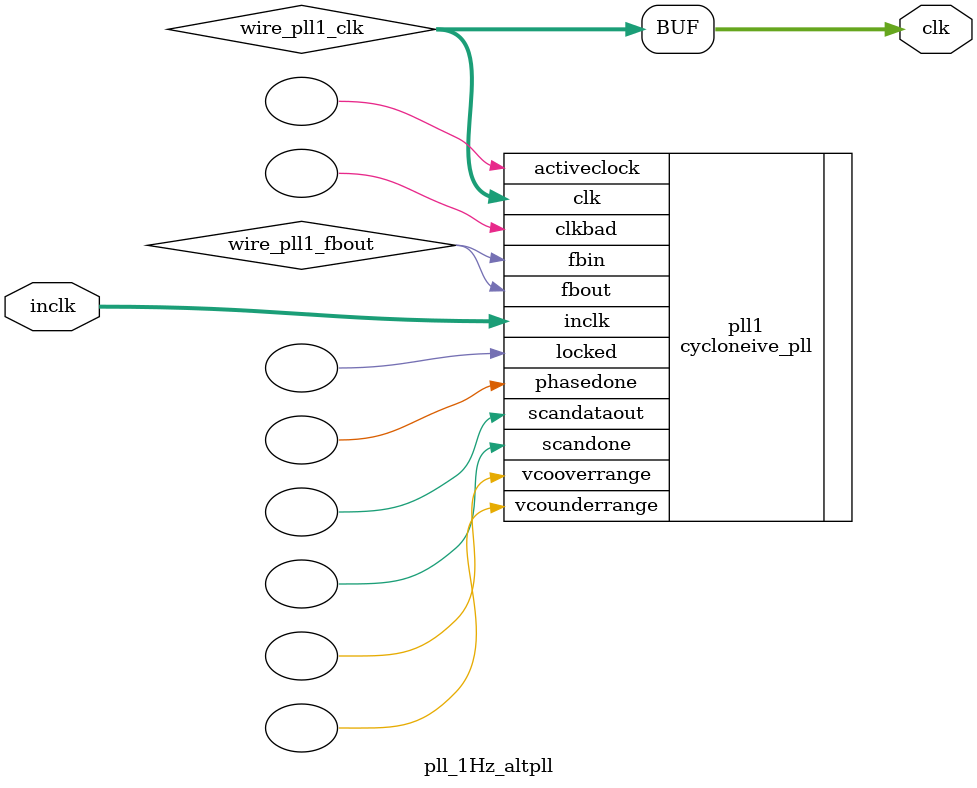
<source format=v>






//synthesis_resources = cycloneive_pll 1 
//synopsys translate_off
`timescale 1 ps / 1 ps
//synopsys translate_on
module  pll_1Hz_altpll
	( 
	clk,
	inclk) /* synthesis synthesis_clearbox=1 */;
	output   [4:0]  clk;
	input   [1:0]  inclk;
`ifndef ALTERA_RESERVED_QIS
// synopsys translate_off
`endif
	tri0   [1:0]  inclk;
`ifndef ALTERA_RESERVED_QIS
// synopsys translate_on
`endif

	wire  [4:0]   wire_pll1_clk;
	wire  wire_pll1_fbout;

	cycloneive_pll   pll1
	( 
	.activeclock(),
	.clk(wire_pll1_clk),
	.clkbad(),
	.fbin(wire_pll1_fbout),
	.fbout(wire_pll1_fbout),
	.inclk(inclk),
	.locked(),
	.phasedone(),
	.scandataout(),
	.scandone(),
	.vcooverrange(),
	.vcounderrange()
	`ifndef FORMAL_VERIFICATION
	// synopsys translate_off
	`endif
	,
	.areset(1'b0),
	.clkswitch(1'b0),
	.configupdate(1'b0),
	.pfdena(1'b1),
	.phasecounterselect({3{1'b0}}),
	.phasestep(1'b0),
	.phaseupdown(1'b0),
	.scanclk(1'b0),
	.scanclkena(1'b1),
	.scandata(1'b0)
	`ifndef FORMAL_VERIFICATION
	// synopsys translate_on
	`endif
	);
	defparam
		pll1.bandwidth_type = "auto",
		pll1.clk0_divide_by = 1000,
		pll1.clk0_duty_cycle = 50,
		pll1.clk0_multiply_by = 1,
		pll1.clk0_phase_shift = "0",
		pll1.compensate_clock = "clk0",
		pll1.inclk0_input_frequency = 200000,
		pll1.operation_mode = "normal",
		pll1.pll_type = "auto",
		pll1.lpm_type = "cycloneive_pll";
	assign
		clk = {wire_pll1_clk[4:0]};
endmodule //pll_1Hz_altpll
//VALID FILE

</source>
